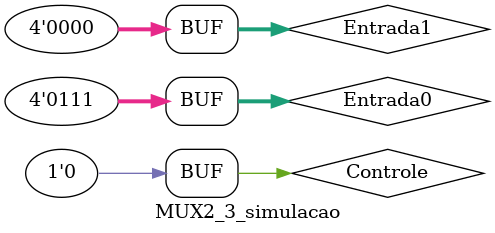
<source format=v>
module MUX2_3_simulacao;
  reg [3:0] Entrada0, Entrada1;
  reg Controle;
  wire [3:0] Resultado;

  initial begin
    $monitor("Time=%0d Entrada0=%b Entrada1=%b Controle=%b Resultado=%b",
    $time, Entrada0, Entrada1, Controle, Resultado);
    
  end

  initial begin
    Entrada0 <= 3'b111;
    Entrada1 <= 3'b000;
    Controle <= 0;
  end

  always begin
    #1 Controle <= 1;
    #1 Controle <= 0;
  end

  MUX2_3 MUX2_3Canais(Entrada0, Entrada1, Controle, Resultado);

endmodule
</source>
